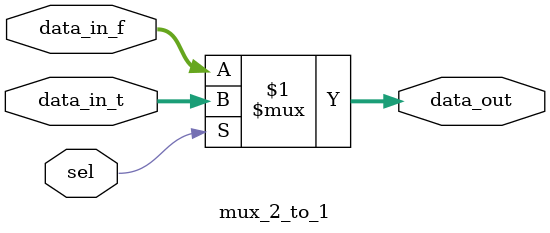
<source format=v>
`timescale 100ns/1ns
module mux_2_to_1 #(
  parameter integer WIDTH     = 8        // Data Width
) (
  input  wire                                     sel,
  input  wire        [ WIDTH       -1 : 0 ]    data_in_t,
  input  wire        [ WIDTH       -1 : 0 ]    data_in_f,
  output wire        [ WIDTH       -1 : 0 ]    data_out
);

assign data_out = sel ? data_in_t : data_in_f;

endmodule
</source>
